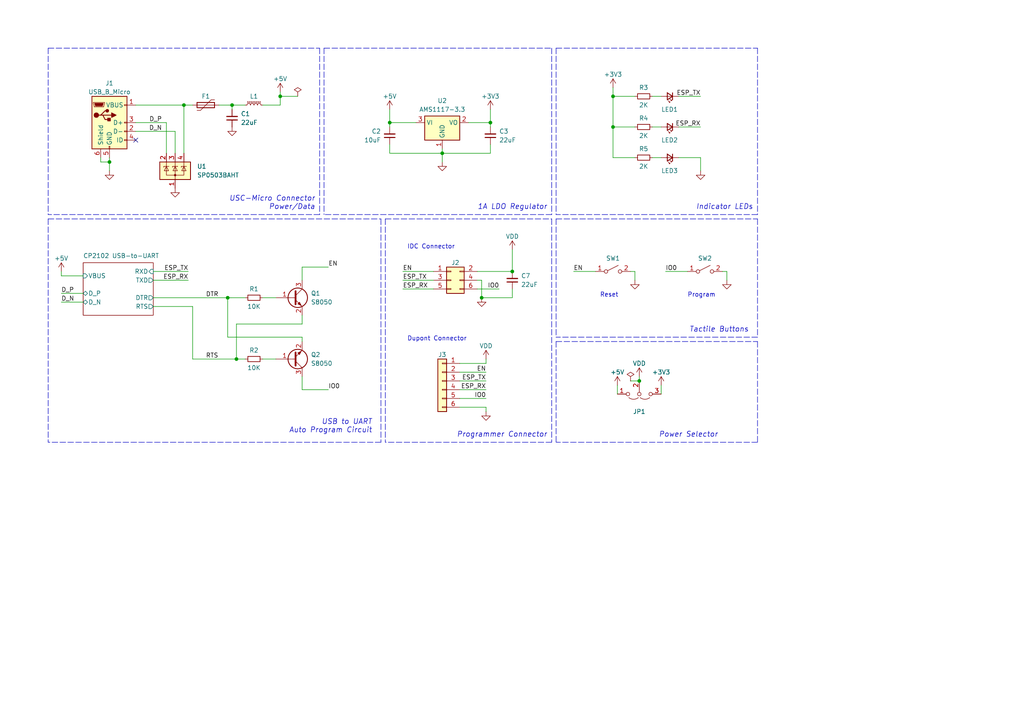
<source format=kicad_sch>
(kicad_sch (version 20230121) (generator eeschema)
  (paper "A4")
  (title_block (title "Lab 5: ESP32 Programmer") (date "2023-09-14") (rev "A"))
  (lib_symbols
    (symbol "Connector:USB_B_Micro" (pin_names (offset 1.016))
      (property "Reference" "J" (at -5.08 11.43 0))
      (property "Value" "USB_B_Micro" (at -5.08 8.89 0))
      (symbol "USB_B_Micro_0_1"
        (rectangle (start -5.08 -7.62) (end 5.08 7.62) (stroke (width 0.254)) (fill (type background)))
        (circle (center -3.81 2.159) (radius 0.635) (stroke (width 0.254)) (fill (type outline)))
        (circle (center -0.635 3.429) (radius 0.381) (stroke (width 0.254)) (fill (type outline)))
        (rectangle (start -0.127 -7.62) (end 0.127 -6.858))
        (polyline (pts (xy -1.905 2.159) (xy 0.635 2.159)) (stroke (width 0.254)))
        (polyline (pts (xy -3.175 2.159) (xy -2.54 2.159) (xy -1.27 3.429) (xy -0.635 3.429)) (stroke (width 0.254)))
        (polyline (pts (xy -2.54 2.159) (xy -1.905 2.159) (xy -1.27 0.889) (xy 0 0.889)) (stroke (width 0.254)))
        (polyline (pts (xy 0.635 2.794) (xy 0.635 1.524) (xy 1.905 2.159) (xy 0.635 2.794)) (stroke (width 0.254)) (fill (type outline)))
        (polyline (pts (xy -4.318 5.588) (xy -1.778 5.588) (xy -2.032 4.826) (xy -4.064 4.826) (xy -4.318 5.588)) (fill (type outline)))
        (polyline (pts (xy -4.699 5.842) (xy -4.699 5.588) (xy -4.445 4.826) (xy -4.445 4.572) (xy -1.651 4.572) (xy -1.651 4.826) (xy -1.397 5.588) (xy -1.397 5.842) (xy -4.699 5.842)))
        (rectangle (start 0.254 1.27) (end -0.508 0.508) (stroke (width 0.254)) (fill (type outline)))
        (rectangle (start 5.08 -5.207) (end 4.318 -4.953))
        (rectangle (start 5.08 -2.667) (end 4.318 -2.413))
        (rectangle (start 5.08 -0.127) (end 4.318 0.127))
        (rectangle (start 5.08 4.953) (end 4.318 5.207))
      )
      (symbol "USB_B_Micro_1_1"
        (pin power_out line (at 7.62 5.08 180) (length 2.54) (name "VBUS") (number "1"))
        (pin bidirectional line (at 7.62 -2.54 180) (length 2.54) (name "D-") (number "2"))
        (pin bidirectional line (at 7.62 0 180) (length 2.54) (name "D+") (number "3"))
        (pin passive line (at 7.62 -5.08 180) (length 2.54) (name "ID") (number "4"))
        (pin power_out line (at 0 -10.16 90) (length 2.54) (name "GND") (number "5"))
        (pin passive line (at -2.54 -10.16 90) (length 2.54) (name "Shield") (number "6"))
      )
    )
    (symbol "Connector_Generic:Conn_01x06" (pin_names (offset 1.016) hide)
      (property "Reference" "J" (at 0 7.62 0))
      (property "Value" "Conn_01x06" (at 0 -10.16 0))
      (symbol "Conn_01x06_1_1"
        (rectangle (start -1.27 -7.493) (end 0 -7.747) (stroke (width 0.1524)))
        (rectangle (start -1.27 -4.953) (end 0 -5.207) (stroke (width 0.1524)))
        (rectangle (start -1.27 -2.413) (end 0 -2.667) (stroke (width 0.1524)))
        (rectangle (start -1.27 0.127) (end 0 -0.127) (stroke (width 0.1524)))
        (rectangle (start -1.27 2.667) (end 0 2.413) (stroke (width 0.1524)))
        (rectangle (start -1.27 5.207) (end 0 4.953) (stroke (width 0.1524)))
        (rectangle (start -1.27 6.35) (end 1.27 -8.89) (stroke (width 0.254)) (fill (type background)))
        (pin passive line (at -5.08 5.08 0) (length 3.81) (name "Pin_1") (number "1"))
        (pin passive line (at -5.08 2.54 0) (length 3.81) (name "Pin_2") (number "2"))
        (pin passive line (at -5.08 0 0) (length 3.81) (name "Pin_3") (number "3"))
        (pin passive line (at -5.08 -2.54 0) (length 3.81) (name "Pin_4") (number "4"))
        (pin passive line (at -5.08 -5.08 0) (length 3.81) (name "Pin_5") (number "5"))
        (pin passive line (at -5.08 -7.62 0) (length 3.81) (name "Pin_6") (number "6"))
      )
    )
    (symbol "Connector_Generic:Conn_02x03_Odd_Even" (pin_names (offset 1.016) hide)
      (property "Reference" "J" (at 1.27 5.08 0))
      (property "Value" "Conn_02x03_Odd_Even" (at 1.27 -5.08 0))
      (symbol "Conn_02x03_Odd_Even_1_1"
        (rectangle (start -1.27 -2.413) (end 0 -2.667) (stroke (width 0.1524)))
        (rectangle (start -1.27 0.127) (end 0 -0.127) (stroke (width 0.1524)))
        (rectangle (start -1.27 2.667) (end 0 2.413) (stroke (width 0.1524)))
        (rectangle (start -1.27 3.81) (end 3.81 -3.81) (stroke (width 0.254)) (fill (type background)))
        (rectangle (start 3.81 -2.413) (end 2.54 -2.667) (stroke (width 0.1524)))
        (rectangle (start 3.81 0.127) (end 2.54 -0.127) (stroke (width 0.1524)))
        (rectangle (start 3.81 2.667) (end 2.54 2.413) (stroke (width 0.1524)))
        (pin passive line (at -5.08 2.54 0) (length 3.81) (name "Pin_1") (number "1"))
        (pin passive line (at 7.62 2.54 180) (length 3.81) (name "Pin_2") (number "2"))
        (pin passive line (at -5.08 0 0) (length 3.81) (name "Pin_3") (number "3"))
        (pin passive line (at 7.62 0 180) (length 3.81) (name "Pin_4") (number "4"))
        (pin passive line (at -5.08 -2.54 0) (length 3.81) (name "Pin_5") (number "5"))
        (pin passive line (at 7.62 -2.54 180) (length 3.81) (name "Pin_6") (number "6"))
      )
    )
    (symbol "Device:C_Small" (pin_numbers hide) (pin_names (offset 0.254) hide)
      (property "Reference" "C" (at 0.254 1.778 0))
      (property "Value" "C_Small" (at 0.254 -2.032 0))
      (symbol "C_Small_0_1"
        (polyline (pts (xy -1.524 -0.508) (xy 1.524 -0.508)) (stroke (width 0.3302)))
        (polyline (pts (xy -1.524 0.508) (xy 1.524 0.508)) (stroke (width 0.3048)))
      )
      (symbol "C_Small_1_1"
        (pin passive line (at 0 2.54 270) (length 2.032) (name "~") (number "1"))
        (pin passive line (at 0 -2.54 90) (length 2.032) (name "~") (number "2"))
      )
    )
    (symbol "Device:LED_Small" (pin_numbers hide) (pin_names (offset 0.254) hide)
      (property "Reference" "D" (at -1.27 3.175 0))
      (property "Value" "LED_Small" (at -4.445 -2.54 0))
      (symbol "LED_Small_0_1"
        (polyline (pts (xy -0.762 -1.016) (xy -0.762 1.016)) (stroke (width 0.254)))
        (polyline (pts (xy 1.016 0) (xy -0.762 0)))
        (polyline (pts (xy 0.762 -1.016) (xy -0.762 0) (xy 0.762 1.016) (xy 0.762 -1.016)) (stroke (width 0.254)))
        (polyline (pts (xy 0 0.762) (xy -0.508 1.27) (xy -0.254 1.27) (xy -0.508 1.27) (xy -0.508 1.016)))
        (polyline (pts (xy 0.508 1.27) (xy 0 1.778) (xy 0.254 1.778) (xy 0 1.778) (xy 0 1.524)))
      )
      (symbol "LED_Small_1_1"
        (pin passive line (at -2.54 0 0) (length 1.778) (name "K") (number "1"))
        (pin passive line (at 2.54 0 180) (length 1.778) (name "A") (number "2"))
      )
    )
    (symbol "Device:L_Ferrite_Small" (pin_numbers hide) (pin_names (offset 0.254) hide)
      (property "Reference" "L" (at 1.27 1.016 0))
      (property "Value" "L_Ferrite_Small" (at 1.27 -1.27 0))
      (symbol "L_Ferrite_Small_0_1"
        (arc (start 0 -2.032) (mid 0.5058 -1.524) (end 0 -1.016))
        (arc (start 0 -1.016) (mid 0.5058 -0.508) (end 0 0))
        (polyline (pts (xy 0.762 -1.905) (xy 0.762 -1.651)))
        (polyline (pts (xy 0.762 -1.397) (xy 0.762 -1.143)))
        (polyline (pts (xy 0.762 -0.889) (xy 0.762 -0.635)))
        (polyline (pts (xy 0.762 -0.381) (xy 0.762 -0.127)))
        (polyline (pts (xy 0.762 0.127) (xy 0.762 0.381)))
        (polyline (pts (xy 0.762 0.635) (xy 0.762 0.889)))
        (polyline (pts (xy 0.762 1.143) (xy 0.762 1.397)))
        (polyline (pts (xy 0.762 1.651) (xy 0.762 1.905)))
        (polyline (pts (xy 1.016 -1.651) (xy 1.016 -1.905)))
        (polyline (pts (xy 1.016 -1.143) (xy 1.016 -1.397)))
        (polyline (pts (xy 1.016 -0.635) (xy 1.016 -0.889)))
        (polyline (pts (xy 1.016 -0.127) (xy 1.016 -0.381)))
        (polyline (pts (xy 1.016 0.381) (xy 1.016 0.127)))
        (polyline (pts (xy 1.016 0.889) (xy 1.016 0.635)))
        (polyline (pts (xy 1.016 1.397) (xy 1.016 1.143)))
        (polyline (pts (xy 1.016 1.905) (xy 1.016 1.651)))
        (arc (start 0 0) (mid 0.5058 0.508) (end 0 1.016))
        (arc (start 0 1.016) (mid 0.5058 1.524) (end 0 2.032))
      )
      (symbol "L_Ferrite_Small_1_1"
        (pin passive line (at 0 2.54 270) (length 0.508) (name "~") (number "1"))
        (pin passive line (at 0 -2.54 90) (length 0.508) (name "~") (number "2"))
      )
    )
    (symbol "Device:Polyfuse" (pin_numbers hide) (pin_names (offset 0))
      (property "Reference" "F" (at -2.54 0 90))
      (property "Value" "Polyfuse" (at 2.54 0 90))
      (symbol "Polyfuse_0_1"
        (rectangle (start -0.762 2.54) (end 0.762 -2.54) (stroke (width 0.254)))
        (polyline (pts (xy 0 2.54) (xy 0 -2.54)))
        (polyline (pts (xy -1.524 2.54) (xy -1.524 1.524) (xy 1.524 -1.524) (xy 1.524 -2.54)))
      )
      (symbol "Polyfuse_1_1"
        (pin passive line (at 0 3.81 270) (length 1.27) (name "~") (number "1"))
        (pin passive line (at 0 -3.81 90) (length 1.27) (name "~") (number "2"))
      )
    )
    (symbol "Device:R_Small" (pin_numbers hide) (pin_names (offset 0.254) hide)
      (property "Reference" "R" (at 0.762 0.508 0))
      (property "Value" "R_Small" (at 0.762 -1.016 0))
      (symbol "R_Small_0_1"
        (rectangle (start -0.762 1.778) (end 0.762 -1.778) (stroke (width 0.2032)))
      )
      (symbol "R_Small_1_1"
        (pin passive line (at 0 2.54 270) (length 0.762) (name "~") (number "1"))
        (pin passive line (at 0 -2.54 90) (length 0.762) (name "~") (number "2"))
      )
    )
    (symbol "Jumper:Jumper_3_Open" (pin_names (offset 0) hide)
      (property "Reference" "JP" (at -2.54 -2.54 0))
      (property "Value" "Jumper_3_Open" (at 0 2.794 0))
      (symbol "Jumper_3_Open_0_0"
        (circle (center -3.302 0) (radius 0.508))
        (circle (center 0 0) (radius 0.508))
        (circle (center 3.302 0) (radius 0.508))
      )
      (symbol "Jumper_3_Open_0_1"
        (arc (start -0.254 1.016) (mid -1.651 1.4992) (end -3.048 1.016))
        (polyline (pts (xy 0 -0.508) (xy 0 -1.27)))
        (arc (start 3.048 1.016) (mid 1.651 1.4992) (end 0.254 1.016))
      )
      (symbol "Jumper_3_Open_1_1"
        (pin passive line (at -6.35 0 0) (length 2.54) (name "A") (number "1"))
        (pin passive line (at 0 -3.81 90) (length 2.54) (name "C") (number "2"))
        (pin passive line (at 6.35 0 180) (length 2.54) (name "B") (number "3"))
      )
    )
    (symbol "Power_Protection:SP0503BAHT" (pin_names hide)
      (property "Reference" "D" (at 5.715 2.54 0))
      (property "Value" "SP0503BAHT" (at 5.715 0.635 0))
      (symbol "SP0503BAHT_0_0"
        (pin passive line (at 0 -5.08 90) (length 2.54) (name "A") (number "1"))
      )
      (symbol "SP0503BAHT_0_1"
        (rectangle (start -4.445 2.54) (end 4.445 -2.54) (stroke (width 0.254)) (fill (type background)))
        (circle (center 0 -1.27) (radius 0.254) (fill (type outline)))
        (polyline (pts (xy -2.54 2.54) (xy -2.54 1.27)))
        (polyline (pts (xy 0 -1.27) (xy 0 -2.54)))
        (polyline (pts (xy 0 -1.27) (xy 0 1.27)))
        (polyline (pts (xy 0 2.54) (xy 0 1.27)))
        (polyline (pts (xy 0.635 1.27) (xy 0.762 1.27)))
        (polyline (pts (xy 2.54 2.54) (xy 2.54 1.27)))
        (polyline (pts (xy 0.635 1.27) (xy -0.762 1.27) (xy -0.762 1.016)))
        (polyline (pts (xy -3.302 1.016) (xy -3.302 1.27) (xy -1.905 1.27) (xy -1.778 1.27)))
        (polyline (pts (xy -2.54 1.27) (xy -2.54 -1.27) (xy 2.54 -1.27) (xy 2.54 1.27)))
        (polyline (pts (xy -2.54 1.27) (xy -1.905 0) (xy -3.175 0) (xy -2.54 1.27)))
        (polyline (pts (xy 0.635 0) (xy -0.635 0) (xy 0 1.27) (xy 0.635 0)))
        (polyline (pts (xy 1.778 1.016) (xy 1.778 1.27) (xy 3.175 1.27) (xy 3.302 1.27)))
        (polyline (pts (xy 2.54 1.27) (xy 1.905 0) (xy 3.175 0) (xy 2.54 1.27)))
      )
      (symbol "SP0503BAHT_1_1"
        (pin passive line (at -2.54 5.08 270) (length 2.54) (name "K") (number "2"))
        (pin passive line (at 0 5.08 270) (length 2.54) (name "K") (number "3"))
        (pin passive line (at 2.54 5.08 270) (length 2.54) (name "K") (number "4"))
      )
    )
    (symbol "Regulator_Linear:AMS1117-3.3"
      (property "Reference" "U" (at -3.81 3.175 0))
      (property "Value" "AMS1117-3.3" (at 0 3.175 0))
      (symbol "AMS1117-3.3_0_1"
        (rectangle (start -5.08 -5.08) (end 5.08 1.905) (stroke (width 0.254)) (fill (type background)))
      )
      (symbol "AMS1117-3.3_1_1"
        (pin power_in line (at 0 -7.62 90) (length 2.54) (name "GND") (number "1"))
        (pin power_out line (at 7.62 0 180) (length 2.54) (name "VO") (number "2"))
        (pin power_in line (at -7.62 0 0) (length 2.54) (name "VI") (number "3"))
      )
    )
    (symbol "Switch:SW_SPST" (pin_names (offset 0) hide)
      (property "Reference" "SW" (at 0 3.175 0))
      (property "Value" "SW_SPST" (at 0 -2.54 0))
      (symbol "SW_SPST_0_0"
        (circle (center -2.032 0) (radius 0.508))
        (polyline (pts (xy -1.524 0.254) (xy 1.524 1.778)))
        (circle (center 2.032 0) (radius 0.508))
      )
      (symbol "SW_SPST_1_1"
        (pin passive line (at -5.08 0 0) (length 2.54) (name "A") (number "1"))
        (pin passive line (at 5.08 0 180) (length 2.54) (name "B") (number "2"))
      )
    )
    (symbol "Transistor_BJT:MMBTA42" (pin_names (offset 0) hide)
      (property "Reference" "Q" (at 5.08 1.905 0))
      (property "Value" "MMBTA42" (at 5.08 0 0))
      (symbol "MMBTA42_0_1"
        (polyline (pts (xy 0 0) (xy 0.635 0)))
        (polyline (pts (xy 0.635 0.635) (xy 2.54 2.54)))
        (polyline (pts (xy 0.635 -0.635) (xy 2.54 -2.54) (xy 2.54 -2.54)))
        (polyline (pts (xy 0.635 1.905) (xy 0.635 -1.905) (xy 0.635 -1.905)) (stroke (width 0.508)))
        (polyline (pts (xy 1.27 -1.778) (xy 1.778 -1.27) (xy 2.286 -2.286) (xy 1.27 -1.778) (xy 1.27 -1.778)) (fill (type outline)))
        (circle (center 1.27 0) (radius 2.8194) (stroke (width 0.254)))
      )
      (symbol "MMBTA42_1_1"
        (pin input line (at -5.08 0 0) (length 5.08) (name "B") (number "1"))
        (pin passive line (at 2.54 -5.08 90) (length 2.54) (name "E") (number "2"))
        (pin passive line (at 2.54 5.08 270) (length 2.54) (name "C") (number "3"))
      )
    )
    (symbol "power:+3V3" (power) (pin_names (offset 0))
      (property "Value" "+3V3" (at 0 3.556 0))
      (symbol "+3V3_0_1"
        (polyline (pts (xy -0.762 1.27) (xy 0 2.54)))
        (polyline (pts (xy 0 0) (xy 0 2.54)))
        (polyline (pts (xy 0 2.54) (xy 0.762 1.27)))
      )
      (symbol "+3V3_1_1"
        (pin power_in line (at 0 0 90) (length 0) hide (name "+3V3") (number "1"))
      )
    )
    (symbol "power:+5V" (power) (pin_names (offset 0))
      (property "Value" "+5V" (at 0 3.556 0))
      (symbol "+5V_0_1"
        (polyline (pts (xy -0.762 1.27) (xy 0 2.54)))
        (polyline (pts (xy 0 0) (xy 0 2.54)))
        (polyline (pts (xy 0 2.54) (xy 0.762 1.27)))
      )
      (symbol "+5V_1_1"
        (pin power_in line (at 0 0 90) (length 0) hide (name "+5V") (number "1"))
      )
    )
    (symbol "power:GND" (power) (pin_names (offset 0))
      (property "Value" "GND" (at 0 -3.81 0))
      (symbol "GND_0_1"
        (polyline (pts (xy 0 0) (xy 0 -1.27) (xy 1.27 -1.27) (xy 0 -2.54) (xy -1.27 -1.27) (xy 0 -1.27)))
      )
      (symbol "GND_1_1"
        (pin power_in line (at 0 0 270) (length 0) hide (name "GND") (number "1"))
      )
    )
    (symbol "power:PWR_FLAG" (power) (pin_numbers hide) (pin_names (offset 0) hide)
      (property "Value" "PWR_FLAG" (at 0 3.81 0))
      (symbol "PWR_FLAG_0_0"
        (pin power_out line (at 0 0 90) (length 0) (name "pwr") (number "1"))
      )
      (symbol "PWR_FLAG_0_1"
        (polyline (pts (xy 0 0) (xy 0 1.27) (xy -1.016 1.905) (xy 0 2.54) (xy 1.016 1.905) (xy 0 1.27)))
      )
    )
    (symbol "power:VDD" (power) (pin_names (offset 0))
      (property "Value" "VDD" (at 0 3.81 0))
      (symbol "VDD_0_1"
        (polyline (pts (xy -0.762 1.27) (xy 0 2.54)))
        (polyline (pts (xy 0 0) (xy 0 2.54)))
        (polyline (pts (xy 0 2.54) (xy 0.762 1.27)))
      )
      (symbol "VDD_1_1"
        (pin power_in line (at 0 0 90) (length 0) hide (name "VDD") (number "1"))
      )
    )
  )
  (junction (at 81.28 27.94))
  (junction (at 68.58 104.14))
  (junction (at 128.27 44.45))
  (junction (at 142.24 35.56))
  (junction (at 67.31 30.48))
  (junction (at 177.8 27.94))
  (junction (at 113.03 35.56))
  (junction (at 139.7 86.36))
  (junction (at 185.42 110.49))
  (junction (at 148.59 78.74))
  (junction (at 31.75 46.99))
  (junction (at 53.34 30.48))
  (junction (at 177.8 36.83))
  (junction (at 66.04 86.36))
  (no_connect (at 39.37 40.64))
  (polyline (pts (xy 161.29 63.5) (xy 219.71 63.5)) (stroke (width 0) (type dash)))
  (wire (pts (xy 116.84 78.74) (xy 125.73 78.74)))
  (wire (pts (xy 55.88 88.9) (xy 55.88 104.14)))
  (wire (pts (xy 87.63 97.79) (xy 87.63 99.06)))
  (polyline (pts (xy 111.76 63.5) (xy 160.02 63.5)) (stroke (width 0) (type dash)))
  (wire (pts (xy 113.03 35.56) (xy 120.65 35.56)))
  (polyline (pts (xy 161.29 13.97) (xy 161.29 62.23)) (stroke (width 0) (type dash)))
  (wire (pts (xy 196.85 27.94) (xy 203.2 27.94)))
  (wire (pts (xy 138.43 83.82) (xy 144.78 83.82)))
  (wire (pts (xy 68.58 104.14) (xy 71.12 104.14)))
  (polyline (pts (xy 219.71 99.06) (xy 219.71 128.27)) (stroke (width 0) (type dash)))
  (wire (pts (xy 209.55 78.74) (xy 210.82 78.74)))
  (polyline (pts (xy 219.71 128.27) (xy 161.29 128.27)) (stroke (width 0) (type dash)))
  (wire (pts (xy 53.34 30.48) (xy 53.34 44.45)))
  (wire (pts (xy 142.24 36.83) (xy 142.24 35.56)))
  (wire (pts (xy 125.73 83.82) (xy 116.84 83.82)))
  (wire (pts (xy 133.35 105.41) (xy 140.97 105.41)))
  (wire (pts (xy 142.24 44.45) (xy 128.27 44.45)))
  (wire (pts (xy 142.24 31.75) (xy 142.24 35.56)))
  (wire (pts (xy 17.78 87.63) (xy 24.13 87.63)))
  (wire (pts (xy 87.63 93.98) (xy 87.63 91.44)))
  (wire (pts (xy 139.7 81.28) (xy 139.7 86.36)))
  (wire (pts (xy 53.34 30.48) (xy 55.88 30.48)))
  (wire (pts (xy 138.43 81.28) (xy 139.7 81.28)))
  (wire (pts (xy 66.04 97.79) (xy 66.04 86.36)))
  (polyline (pts (xy 93.98 13.97) (xy 160.02 13.97)) (stroke (width 0) (type dash)))
  (polyline (pts (xy 161.29 99.06) (xy 219.71 99.06)) (stroke (width 0) (type dash)))
  (wire (pts (xy 140.97 118.11) (xy 140.97 119.38)))
  (polyline (pts (xy 93.98 13.97) (xy 93.98 62.23)) (stroke (width 0) (type dash)))
  (wire (pts (xy 179.07 111.76) (xy 179.07 114.3)))
  (wire (pts (xy 81.28 27.94) (xy 86.36 27.94)))
  (wire (pts (xy 193.04 78.74) (xy 199.39 78.74)))
  (wire (pts (xy 182.88 110.49) (xy 185.42 110.49)))
  (wire (pts (xy 182.88 78.74) (xy 184.15 78.74)))
  (wire (pts (xy 29.21 46.99) (xy 31.75 46.99)))
  (wire (pts (xy 68.58 93.98) (xy 68.58 104.14)))
  (polyline (pts (xy 219.71 97.79) (xy 161.29 97.79)) (stroke (width 0) (type dash)))
  (wire (pts (xy 113.03 41.91) (xy 113.03 44.45)))
  (wire (pts (xy 81.28 26.67) (xy 81.28 27.94)))
  (wire (pts (xy 184.15 78.74) (xy 184.15 81.28)))
  (wire (pts (xy 55.88 104.14) (xy 68.58 104.14)))
  (wire (pts (xy 113.03 31.75) (xy 113.03 35.56)))
  (wire (pts (xy 196.85 45.72) (xy 203.2 45.72)))
  (wire (pts (xy 138.43 78.74) (xy 148.59 78.74)))
  (wire (pts (xy 196.85 36.83) (xy 203.2 36.83)))
  (polyline (pts (xy 160.02 62.23) (xy 93.98 62.23)) (stroke (width 0) (type dash)))
  (wire (pts (xy 189.23 27.94) (xy 191.77 27.94)))
  (wire (pts (xy 44.45 81.28) (xy 54.61 81.28)))
  (polyline (pts (xy 13.97 13.97) (xy 92.71 13.97)) (stroke (width 0) (type dash)))
  (polyline (pts (xy 160.02 13.97) (xy 160.02 62.23)) (stroke (width 0) (type dash)))
  (polyline (pts (xy 13.97 63.5) (xy 110.49 63.5)) (stroke (width 0) (type dash)))
  (wire (pts (xy 67.31 30.48) (xy 71.12 30.48)))
  (polyline (pts (xy 110.49 128.27) (xy 13.97 128.27)) (stroke (width 0) (type dash)))
  (wire (pts (xy 133.35 110.49) (xy 140.97 110.49)))
  (wire (pts (xy 39.37 30.48) (xy 53.34 30.48)))
  (wire (pts (xy 148.59 83.82) (xy 148.59 86.36)))
  (wire (pts (xy 31.75 46.99) (xy 31.75 49.53)))
  (wire (pts (xy 39.37 38.1) (xy 50.8 38.1)))
  (wire (pts (xy 44.45 88.9) (xy 55.88 88.9)))
  (wire (pts (xy 87.63 77.47) (xy 95.25 77.47)))
  (wire (pts (xy 133.35 107.95) (xy 140.97 107.95)))
  (wire (pts (xy 148.59 86.36) (xy 139.7 86.36)))
  (polyline (pts (xy 110.49 63.5) (xy 110.49 128.27)) (stroke (width 0) (type dash)))
  (polyline (pts (xy 160.02 128.27) (xy 111.76 128.27)) (stroke (width 0) (type dash)))
  (polyline (pts (xy 219.71 63.5) (xy 219.71 97.79)) (stroke (width 0) (type dash)))
  (wire (pts (xy 142.24 41.91) (xy 142.24 44.45)))
  (wire (pts (xy 133.35 115.57) (xy 140.97 115.57)))
  (polyline (pts (xy 161.29 99.06) (xy 161.29 128.27)) (stroke (width 0) (type dash)))
  (polyline (pts (xy 13.97 63.5) (xy 13.97 128.27)) (stroke (width 0) (type dash)))
  (wire (pts (xy 133.35 113.03) (xy 140.97 113.03)))
  (polyline (pts (xy 160.02 63.5) (xy 160.02 128.27)) (stroke (width 0) (type dash)))
  (wire (pts (xy 66.04 86.36) (xy 71.12 86.36)))
  (wire (pts (xy 133.35 118.11) (xy 140.97 118.11)))
  (wire (pts (xy 128.27 44.45) (xy 128.27 46.99)))
  (wire (pts (xy 177.8 36.83) (xy 184.15 36.83)))
  (wire (pts (xy 113.03 44.45) (xy 128.27 44.45)))
  (polyline (pts (xy 219.71 62.23) (xy 161.29 62.23)) (stroke (width 0) (type dash)))
  (wire (pts (xy 189.23 45.72) (xy 191.77 45.72)))
  (wire (pts (xy 31.75 45.72) (xy 31.75 46.99)))
  (wire (pts (xy 177.8 45.72) (xy 184.15 45.72)))
  (wire (pts (xy 17.78 78.74) (xy 17.78 80.01)))
  (polyline (pts (xy 161.29 63.5) (xy 161.29 97.79)) (stroke (width 0) (type dash)))
  (wire (pts (xy 29.21 45.72) (xy 29.21 46.99)))
  (polyline (pts (xy 92.71 62.23) (xy 13.97 62.23)) (stroke (width 0) (type dash)))
  (wire (pts (xy 76.2 104.14) (xy 80.01 104.14)))
  (wire (pts (xy 50.8 38.1) (xy 50.8 44.45)))
  (wire (pts (xy 177.8 36.83) (xy 177.8 45.72)))
  (wire (pts (xy 48.26 35.56) (xy 48.26 44.45)))
  (wire (pts (xy 76.2 86.36) (xy 80.01 86.36)))
  (wire (pts (xy 17.78 85.09) (xy 24.13 85.09)))
  (wire (pts (xy 128.27 43.18) (xy 128.27 44.45)))
  (polyline (pts (xy 219.71 13.97) (xy 219.71 62.23)) (stroke (width 0) (type dash)))
  (wire (pts (xy 87.63 93.98) (xy 68.58 93.98)))
  (wire (pts (xy 142.24 35.56) (xy 135.89 35.56)))
  (wire (pts (xy 140.97 105.41) (xy 140.97 104.14)))
  (wire (pts (xy 87.63 109.22) (xy 87.63 113.03)))
  (wire (pts (xy 44.45 86.36) (xy 66.04 86.36)))
  (wire (pts (xy 148.59 72.39) (xy 148.59 78.74)))
  (wire (pts (xy 44.45 78.74) (xy 54.61 78.74)))
  (wire (pts (xy 185.42 109.22) (xy 185.42 110.49)))
  (wire (pts (xy 63.5 30.48) (xy 67.31 30.48)))
  (wire (pts (xy 39.37 35.56) (xy 48.26 35.56)))
  (polyline (pts (xy 13.97 13.97) (xy 13.97 62.23)) (stroke (width 0) (type dash)))
  (wire (pts (xy 81.28 27.94) (xy 81.28 30.48)))
  (wire (pts (xy 177.8 27.94) (xy 184.15 27.94)))
  (wire (pts (xy 177.8 25.4) (xy 177.8 27.94)))
  (wire (pts (xy 177.8 27.94) (xy 177.8 36.83)))
  (wire (pts (xy 125.73 81.28) (xy 116.84 81.28)))
  (wire (pts (xy 67.31 31.75) (xy 67.31 30.48)))
  (wire (pts (xy 87.63 97.79) (xy 66.04 97.79)))
  (polyline (pts (xy 111.76 63.5) (xy 111.76 128.27)) (stroke (width 0) (type dash)))
  (wire (pts (xy 189.23 36.83) (xy 191.77 36.83)))
  (wire (pts (xy 203.2 45.72) (xy 203.2 49.53)))
  (wire (pts (xy 17.78 80.01) (xy 24.13 80.01)))
  (wire (pts (xy 81.28 30.48) (xy 76.2 30.48)))
  (polyline (pts (xy 161.29 13.97) (xy 219.71 13.97)) (stroke (width 0) (type dash)))
  (wire (pts (xy 191.77 111.76) (xy 191.77 114.3)))
  (wire (pts (xy 87.63 81.28) (xy 87.63 77.47)))
  (polyline (pts (xy 92.71 13.97) (xy 92.71 62.23)) (stroke (width 0) (type dash)))
  (wire (pts (xy 113.03 36.83) (xy 113.03 35.56)))
  (wire (pts (xy 87.63 113.03) (xy 95.25 113.03)))
  (wire (pts (xy 210.82 78.74) (xy 210.82 81.28)))
  (wire (pts (xy 166.37 78.74) (xy 172.72 78.74)))
  (text "Indicator LEDs" (at 218.44 60.96 0) (effects (font (size 1.5 1.5) italic) (justify right bottom)))
  (text "Tactile Buttons" (at 217.17 96.52 0) (effects (font (size 1.5 1.5) italic) (justify right bottom)))
  (text "Power Selector" (at 208.28 127 0) (effects (font (size 1.5 1.5) italic) (justify right bottom)))
  (text "Programmer Connector" (at 158.75 127 0) (effects (font (size 1.5 1.5) italic) (justify right bottom)))
  (text "USC-Micro Connector\nPower/Data" (at 91.44 60.96 0) (effects (font (size 1.5 1.5) italic) (justify right bottom)))
  (text "1A LDO Regulator" (at 158.75 60.96 0) (effects (font (size 1.5 1.5) italic) (justify right bottom)))
  (text "Program" (at 199.39 86.36 0) (effects (font (size 1.27 1.27)) (justify left bottom)))
  (text "IDC Connector" (at 118.11 72.39 0) (effects (font (size 1.27 1.27)) (justify left bottom)))
  (text "Dupont Connector" (at 118.11 99.06 0) (effects (font (size 1.27 1.27)) (justify left bottom)))
  (text "Reset" (at 173.99 86.36 0) (effects (font (size 1.27 1.27)) (justify left bottom)))
  (text "USB to UART\nAuto Program Circuit" (at 107.95 125.73 0) (effects (font (size 1.5 1.5) italic) (justify right bottom)))
  (label "ESP_TX" (at 54.61 78.74 180))
  (label "RTS" (at 59.69 104.14 0))
  (label "ESP_RX" (at 116.84 83.82 0))
  (label "IO0" (at 144.78 83.82 180))
  (label "IO0" (at 140.97 115.57 180))
  (label "D_N" (at 17.78 87.63 0))
  (label "ESP_TX" (at 116.84 81.28 0))
  (label "EN" (at 116.84 78.74 0))
  (label "ESP_RX" (at 54.61 81.28 180))
  (label "IO0" (at 193.04 78.74 0))
  (label "ESP_RX" (at 140.97 113.03 180))
  (label "DTR" (at 59.69 86.36 0))
  (label "IO0" (at 95.25 113.03 0))
  (label "D_N" (at 46.99 38.1 180))
  (label "ESP_RX" (at 203.2 36.83 180))
  (label "EN" (at 140.97 107.95 180))
  (label "D_P" (at 17.78 85.09 0))
  (label "ESP_TX" (at 140.97 110.49 180))
  (label "EN" (at 95.25 77.47 0))
  (label "ESP_TX" (at 203.2 27.94 180))
  (label "D_P" (at 46.99 35.56 180))
  (label "EN" (at 166.37 78.74 0))
  (symbol (lib_id "Switch:SW_SPST") (at 204.47 78.74 0) (unit 1)
    (property "Reference" "SW2" (at 204.47 74.93 0))
    (property "Value" "SW_SPST" (effects hide))
    (property "Datasheet" "https://datasheet.lcsc.com/lcsc/2002271431_XKB-Connectivity-TS-1187A-B-A-B_C318884.pdf" (effects hide))
    (property "LCSC" "C318884" (effects hide))
  )
  (symbol (lib_id "Device:LED_Small") (at 194.31 36.83 180) (unit 1)
    (property "Reference" "LED2" (at 191.77 40.64 0) (effects (justify right)))
    (property "Value" "GREEN" (effects hide))
    (property "Footprint" "LED_SMD:LED_0603_1608Metric" (effects hide))
    (property "LCSC" "C72043" (effects hide))
  )
  (symbol (lib_id "power:+5V") (at 113.03 31.75 0) (unit 1)
    (property "Reference" "#PWR05" (effects hide))
    (property "Value" "+5V" (at 113.03 27.94 0))
  )
  (symbol (lib_id "Switch:SW_SPST") (at 177.8 78.74 0) (unit 1)
    (property "Reference" "SW1" (at 177.8 74.93 0))
    (property "Value" "SW_SPST" (effects hide))
    (property "Datasheet" "https://datasheet.lcsc.com/lcsc/2002271431_XKB-Connectivity-TS-1187A-B-A-B_C318884.pdf" (effects hide))
    (property "LCSC" "C318884" (effects hide))
  )
  (symbol (lib_id "power:GND") (at 31.75 49.53 0) (unit 1)
    (property "Reference" "#PWR01" (effects hide))
    (property "Value" "GND" (effects hide))
  )
  (symbol (lib_id "Device:C_Small") (at 142.24 39.37 180) (unit 1)
    (property "Reference" "C3" (at 144.78 38.0935 0) (effects (justify right)))
    (property "Value" "22uF" (at 144.78 40.6335 0) (effects (justify right)))
    (property "Footprint" "Capacitor_SMD:C_0603_1608Metric" (effects hide))
    (property "LCSC" "C59461" (effects hide))
  )
  (symbol (lib_id "power:GND") (at 50.8 54.61 0) (unit 1)
    (property "Reference" "#PWR02" (effects hide))
    (property "Value" "GND" (effects hide))
  )
  (symbol (lib_id "power:+3V3") (at 191.77 111.76 0) (unit 1)
    (property "Reference" "#PWR010" (effects hide))
    (property "Value" "+3V3" (at 191.77 107.95 0))
  )
  (symbol (lib_id "power:GND") (at 128.27 46.99 0) (unit 1)
    (property "Reference" "#PWR06" (effects hide))
    (property "Value" "GND" (effects hide))
  )
  (symbol (lib_id "power:PWR_FLAG") (at 182.88 110.49 0) (unit 1)
    (property "Reference" "#FLG04" (effects hide))
    (property "Value" "PWR_FLAG" (effects hide))
  )
  (symbol (lib_id "Regulator_Linear:AMS1117-3.3") (at 128.27 35.56 0) (unit 1)
    (property "Reference" "U2" (at 128.27 29.21 0))
    (property "Value" "AMS1117-3.3" (at 128.27 31.75 0))
    (property "Footprint" "Package_TO_SOT_SMD:SOT-223-3_TabPin2" (effects hide))
    (property "Datasheet" "http://www.advanced-monolithic.com/pdf/ds1117.pdf" (effects hide))
    (property "LCSC" "C6186" (effects hide))
  )
  (symbol (lib_id "Device:R_Small") (at 186.69 45.72 90) (unit 1)
    (property "Reference" "R5" (at 186.69 43.18 90))
    (property "Value" "2K" (at 186.69 48.26 90))
    (property "Footprint" "Resistor_SMD:R_0603_1608Metric" (effects hide))
    (property "LCSC" "C22975" (effects hide))
  )
  (symbol (lib_id "power:+5V") (at 17.78 78.74 0) (unit 1)
    (property "Reference" "#PWR019" (effects hide))
    (property "Value" "+5V" (at 17.78 74.93 0))
  )
  (symbol (lib_id "power:VDD") (at 185.42 109.22 0) (unit 1)
    (property "Reference" "#PWR08" (effects hide))
    (property "Value" "VDD" (at 185.42 105.41 0))
  )
  (symbol (lib_id "power:GND") (at 67.31 36.83 0) (unit 1)
    (property "Reference" "#PWR03" (effects hide))
    (property "Value" "GND" (effects hide))
  )
  (symbol (lib_id "Transistor_BJT:MMBTA42") (at 85.09 86.36 0) (unit 1)
    (property "Reference" "Q1" (at 90.17 85.0899 0) (effects (justify left)))
    (property "Value" "S8050" (at 90.17 87.6299 0) (effects (justify left)))
    (property "Footprint" "Package_TO_SOT_SMD:SOT-23" (effects hide))
    (property "Datasheet" "https://www.onsemi.com/pub/Collateral/MMBTA42LT1-D.PDF" (effects hide))
    (property "LCSC" "C2146" (effects hide))
  )
  (symbol (lib_id "power:GND") (at 184.15 81.28 0) (unit 1)
    (property "Reference" "#PWR020" (effects hide))
    (property "Value" "GND" (effects hide))
  )
  (symbol (lib_id "power:GND") (at 139.7 86.36 0) (unit 1)
    (property "Reference" "#PWR012" (effects hide))
    (property "Value" "GND" (effects hide))
  )
  (symbol (lib_id "power:+3V3") (at 142.24 31.75 0) (unit 1)
    (property "Reference" "#PWR09" (effects hide))
    (property "Value" "+3V3" (at 142.24 27.94 0))
  )
  (symbol (lib_id "Jumper:Jumper_3_Open") (at 185.42 114.3 0) (mirror x) (unit 1) (in_bom no)
    (property "Reference" "JP1" (at 185.42 119.38 0))
    (property "Value" "Jumper_3_Open" (effects hide))
    (property "Footprint" "Connector_PinHeader_2.54mm:PinHeader_1x03_P2.54mm_Vertical" (effects hide))
  )
  (symbol (lib_id "power:PWR_FLAG") (at 86.36 27.94 0) (unit 1)
    (property "Reference" "#FLG02" (effects hide))
    (property "Value" "PWR_FLAG" (effects hide))
  )
  (symbol (lib_id "Power_Protection:SP0503BAHT") (at 50.8 49.53 0) (unit 1)
    (property "Reference" "U1" (at 57.15 48.2599 0) (effects (justify left)))
    (property "Value" "SP0503BAHT" (at 57.15 50.7999 0) (effects (justify left)))
    (property "Footprint" "Package_TO_SOT_SMD:SOT-143" (effects hide))
    (property "Datasheet" "http://www.littelfuse.com/~/media/files/littelfuse/technical%20resources/documents/data%20sheets/sp05xxba.pdf" (effects hide))
    (property "LCSC" "C7074" (effects hide))
  )
  (symbol (lib_id "power:GND") (at 210.82 81.28 0) (unit 1)
    (property "Reference" "#PWR021" (effects hide))
    (property "Value" "GND" (effects hide))
  )
  (symbol (lib_id "Device:C_Small") (at 113.03 39.37 0) (mirror x) (unit 1)
    (property "Reference" "C2" (at 110.49 38.0935 0) (effects (justify right)))
    (property "Value" "10uF" (at 110.49 40.6335 0) (effects (justify right)))
    (property "Footprint" "Capacitor_SMD:C_0603_1608Metric" (effects hide))
    (property "LCSC" "C19702" (effects hide))
  )
  (symbol (lib_id "Device:R_Small") (at 73.66 104.14 270) (mirror x) (unit 1)
    (property "Reference" "R2" (at 73.66 101.6 90))
    (property "Value" "10K" (at 73.66 106.68 90))
    (property "Footprint" "Resistor_SMD:R_0603_1608Metric" (effects hide))
    (property "LCSC" "C25804" (effects hide))
  )
  (symbol (lib_id "Device:C_Small") (at 148.59 81.28 180) (unit 1)
    (property "Reference" "C7" (at 151.13 80.0035 0) (effects (justify right)))
    (property "Value" "22uF" (at 151.13 82.5435 0) (effects (justify right)))
    (property "Footprint" "Capacitor_SMD:C_0603_1608Metric" (effects hide))
    (property "LCSC" "C59461" (effects hide))
  )
  (symbol (lib_id "Device:Polyfuse") (at 59.69 30.48 90) (unit 1)
    (property "Reference" "F1" (at 60.96 27.94 90) (effects (justify left)))
    (property "Value" "BHFUSE BSMD1206-200-12V" (effects hide))
    (property "Footprint" "Fuse:Fuse_1206_3216Metric" (effects hide))
    (property "LCSC" "C883135" (effects hide))
  )
  (symbol (lib_id "power:VDD") (at 148.59 72.39 0) (unit 1)
    (property "Reference" "#PWR011" (effects hide))
    (property "Value" "VDD" (at 148.59 68.58 0))
  )
  (symbol (lib_id "Transistor_BJT:MMBTA42") (at 85.09 104.14 0) (mirror x) (unit 1)
    (property "Reference" "Q2" (at 90.17 102.8699 0) (effects (justify left)))
    (property "Value" "S8050" (at 90.17 105.4099 0) (effects (justify left)))
    (property "Footprint" "Package_TO_SOT_SMD:SOT-23" (effects hide))
    (property "Datasheet" "https://www.onsemi.com/pub/Collateral/MMBTA42LT1-D.PDF" (effects hide))
    (property "LCSC" "C2146" (effects hide))
  )
  (symbol (lib_id "Device:C_Small") (at 67.31 34.29 180) (unit 1)
    (property "Reference" "C1" (at 69.85 33.0135 0) (effects (justify right)))
    (property "Value" "22uF" (at 69.85 35.5535 0) (effects (justify right)))
    (property "Footprint" "Capacitor_SMD:C_0603_1608Metric" (effects hide))
    (property "LCSC" "C59461" (effects hide))
  )
  (symbol (lib_id "Connector_Generic:Conn_01x06") (at 128.27 110.49 0) (mirror y) (unit 1) (in_bom no)
    (property "Reference" "J3" (at 128.27 102.87 0))
    (property "Value" "Conn_01x06" (effects hide))
    (property "Footprint" "Connector_PinHeader_2.54mm:PinHeader_1x06_P2.54mm_Horizontal" (effects hide))
  )
  (symbol (lib_id "Device:LED_Small") (at 194.31 45.72 180) (unit 1)
    (property "Reference" "LED3" (at 191.77 49.53 0) (effects (justify right)))
    (property "Value" "RED" (effects hide))
    (property "Footprint" "LED_SMD:LED_0603_1608Metric" (effects hide))
    (property "LCSC" "C2286" (effects hide))
  )
  (symbol (lib_id "power:+5V") (at 81.28 26.67 0) (unit 1)
    (property "Reference" "#PWR04" (effects hide))
    (property "Value" "+5V" (at 81.28 22.86 0))
  )
  (symbol (lib_id "Device:R_Small") (at 186.69 27.94 90) (unit 1)
    (property "Reference" "R3" (at 186.69 25.4 90))
    (property "Value" "2K" (at 186.69 30.48 90))
    (property "Footprint" "Resistor_SMD:R_0603_1608Metric" (effects hide))
    (property "LCSC" "C22975" (effects hide))
  )
  (symbol (lib_id "Device:R_Small") (at 73.66 86.36 270) (mirror x) (unit 1)
    (property "Reference" "R1" (at 73.66 83.82 90))
    (property "Value" "10K" (at 73.66 88.9 90))
    (property "Footprint" "Resistor_SMD:R_0603_1608Metric" (effects hide))
    (property "LCSC" "C25804" (effects hide))
  )
  (symbol (lib_id "Device:L_Ferrite_Small") (at 73.66 30.48 90) (unit 1)
    (property "Reference" "L1" (at 73.66 27.94 90))
    (property "Value" "L_Ferrite_Small" (effects hide))
    (property "Footprint" "Inductor_SMD:L_0603_1608Metric" (effects hide))
    (property "LCSC" "C62708" (effects hide))
  )
  (symbol (lib_id "Connector_Generic:Conn_02x03_Odd_Even") (at 130.81 81.28 0) (unit 1) (in_bom no)
    (property "Reference" "J2" (at 132.08 76.2 0))
    (property "Value" "Conn_02x03_Odd_Even" (effects hide))
    (property "Footprint" "Connector_IDC:IDC-Header_2x03_P2.54mm_Vertical" (effects hide))
  )
  (symbol (lib_id "power:GND") (at 203.2 49.53 0) (unit 1)
    (property "Reference" "#PWR014" (effects hide))
    (property "Value" "GND" (effects hide))
  )
  (symbol (lib_id "Device:LED_Small") (at 194.31 27.94 180) (unit 1)
    (property "Reference" "LED1" (at 191.77 31.75 0) (effects (justify right)))
    (property "Value" "BLUE" (effects hide))
    (property "Footprint" "LED_SMD:LED_0603_1608Metric" (effects hide))
    (property "LCSC" "C72041" (effects hide))
  )
  (symbol (lib_id "power:+3V3") (at 177.8 25.4 0) (unit 1)
    (property "Reference" "#PWR013" (effects hide))
    (property "Value" "+3V3" (at 177.8 21.59 0))
  )
  (symbol (lib_id "Device:R_Small") (at 186.69 36.83 90) (unit 1)
    (property "Reference" "R4" (at 186.69 34.29 90))
    (property "Value" "2K" (at 186.69 39.37 90))
    (property "Footprint" "Resistor_SMD:R_0603_1608Metric" (effects hide))
    (property "LCSC" "C22975" (effects hide))
  )
  (symbol (lib_id "Connector:USB_B_Micro") (at 31.75 35.56 0) (unit 1)
    (property "Reference" "J1" (at 31.75 24.13 0))
    (property "Value" "USB_B_Micro" (at 31.75 26.67 0))
    (property "LCSC" "C381143" (effects hide))
  )
  (symbol (lib_id "power:VDD") (at 140.97 104.14 0) (unit 1)
    (property "Reference" "#PWR0101" (effects hide))
    (property "Value" "VDD" (at 140.97 100.33 0))
  )
  (symbol (lib_id "power:+5V") (at 179.07 111.76 0) (unit 1)
    (property "Reference" "#PWR07" (effects hide))
    (property "Value" "+5V" (at 179.07 107.95 0))
  )
  (symbol (lib_id "power:GND") (at 140.97 119.38 0) (unit 1)
    (property "Reference" "#PWR0102" (effects hide))
    (property "Value" "GND" (effects hide))
  )
  (sheet (at 24.13 76.2) (size 20.32 15.24) (stroke (width 0.1524))
    (property "Sheetname" "CP2102 USB-to-UART" (at 24.13 74.93 0) (effects (justify left bottom)))
    (property "Sheetfile" "cp2102.kicad_sch" (effects hide))
    (pin "RXD" input (at 44.45 78.74 0))
    (pin "D_P" bidirectional (at 24.13 85.09 180))
    (pin "D_N" bidirectional (at 24.13 87.63 180))
    (pin "VBUS" input (at 24.13 80.01 180))
    (pin "TXD" output (at 44.45 81.28 0))
    (pin "DTR" output (at 44.45 86.36 0))
    (pin "RTS" output (at 44.45 88.9 0))
  )
)
</source>
